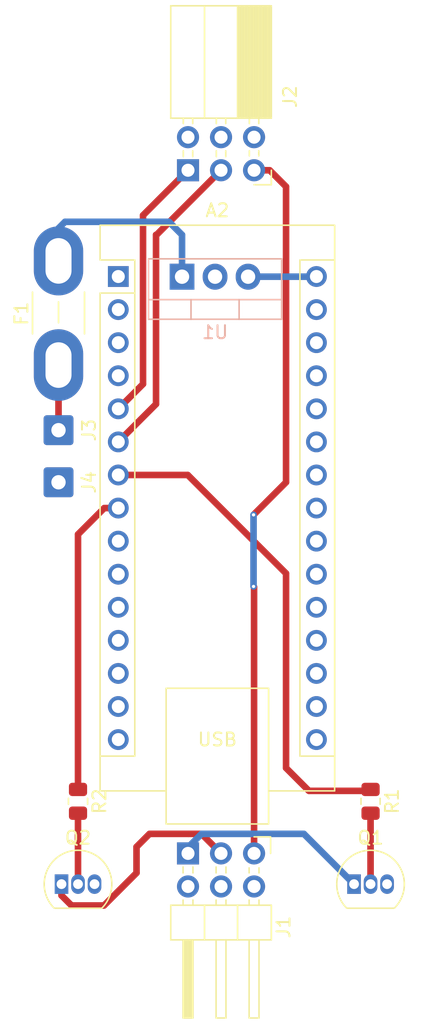
<source format=kicad_pcb>
(kicad_pcb (version 20240108) (generator "pcbnew") (generator_version "8.0")
  (layers (0 "F.Cu" signal) (31 "B.Cu" signal) (34 "B.Paste" user) (35 "F.Paste" user) (36 "B.SilkS" user "B.Silkscreen") (37 "F.SilkS" user "F.Silkscreen") (38 "B.Mask" user) (39 "F.Mask" user) (44 "Edge.Cuts" user))
  (net 0 "")
  (net 2 "/INPUT2")
  (net 6 "/INPUT1")
  (net 14 "GND")
  (net 26 "/OUTPUT1")
  (net 27 "+5V")
  (net 30 "Net-(J1-Pin_1)")
  (net 31 "Net-(J1-Pin_2)")
  (net 32 "/Inputs/button illumination")
  (net 36 "Net-(Q1-B)")
  (net 37 "Net-(Q2-B)")
  (net 38 "/OUTPUT2")
  (net 39 "+12V")
  (net 40 "Net-(J3-Pin_1)")
  (footprint "Connector_Wire:SolderWire-0.5sqmm_1x01_D0.9mm_OD2.3mm" (layer "F.Cu") (at 137.5 90 -90)
    (property "Reference" "J3" (at 0 -2.35 90) (layer "F.SilkS"))
    (property "Value" "+12V")
    (pad "1" thru_hole roundrect (at 0 0 270) (size 2.3 2.3) (drill 1.1) (layers "*.Cu" "*.Mask") (roundrect_rratio 0.108696) (net 40 "Net-(J3-Pin_1)"))
  )
  (footprint "Package_TO_SOT_THT:TO-92_Inline" (layer "F.Cu") (at 137.73 124.86)
    (property "Reference" "Q2" (at 1.27 -3.56 0) (layer "F.SilkS"))
    (property "Value" "BC547")
    (fp_line (start -0.53 1.85) (end 3.07 1.85) (stroke (width 0.12)) (layer "F.SilkS"))
    (fp_arc (start -0.568478 1.838478) (mid -1.132087 -0.994977) (end 1.27 -2.6) (stroke (width 0.12)) (layer "F.SilkS"))
    (fp_arc (start 1.27 -2.6) (mid 3.672087 -0.994977) (end 3.108478 1.838478) (stroke (width 0.12)) (layer "F.SilkS"))
    (pad "1" thru_hole rect (at 0 0) (size 1.05 1.5) (drill 0.75) (layers "*.Cu" "*.Mask") (net 31 "Net-(J1-Pin_2)"))
    (pad "2" thru_hole oval (at 1.27 0) (size 1.05 1.5) (drill 0.75) (layers "*.Cu" "*.Mask") (net 37 "Net-(Q2-B)"))
    (pad "3" thru_hole oval (at 2.54 0) (size 1.05 1.5) (drill 0.75) (layers "*.Cu" "*.Mask") (net 14 "GND"))
  )
  (footprint "Fuse:Fuse_Blade_Mini_directSolder" (layer "F.Cu") (at 137.5 85 90)
    (property "Reference" "F1" (at 3.95 -2.85 270) (layer "F.SilkS"))
    (property "Value" "150mA")
    (fp_line (start 2.4 -2) (end 5.6 -2) (stroke (width 0.12)) (layer "F.SilkS"))
    (fp_line (start 3.25 0) (end 4.85 0) (stroke (width 0.12)) (layer "F.SilkS"))
    (fp_line (start 5.6 2) (end 2.4 2) (stroke (width 0.12)) (layer "F.SilkS"))
    (pad "1" thru_hole oval (at 0 0 90) (size 5.5 3.8) (drill oval 3.5 2) (layers "*.Cu" "*.Mask") (net 40 "Net-(J3-Pin_1)"))
    (pad "2" thru_hole oval (at 8 0 90) (size 5.3 3.8) (drill oval 3.5 2) (layers "*.Cu" "*.Mask") (net 39 "+12V"))
  )
  (footprint "Resistor_SMD:R_0805_2012Metric" (layer "F.Cu") (at 161.5 118.5 -90)
    (property "Reference" "R1" (at 0 -1.65 90) (layer "F.SilkS"))
    (property "Value" "1k")
    (fp_line (start -0.227064 0.735) (end 0.227064 0.735) (stroke (width 0.12)) (layer "F.SilkS"))
    (fp_line (start -0.227064 -0.735) (end 0.227064 -0.735) (stroke (width 0.12)) (layer "F.SilkS"))
    (pad "1" smd roundrect (at -0.9125 0 270) (size 1.025 1.4) (layers "F.Cu" "F.Paste" "F.Mask") (roundrect_rratio 0.243902) (net 26 "/OUTPUT1"))
    (pad "2" smd roundrect (at 0.9125 0 270) (size 1.025 1.4) (layers "F.Cu" "F.Paste" "F.Mask") (roundrect_rratio 0.243902) (net 36 "Net-(Q1-B)"))
  )
  (footprint "Connector_Wire:SolderWire-0.5sqmm_1x01_D0.9mm_OD2.3mm" (layer "F.Cu") (at 137.5 94 -90)
    (property "Reference" "J4" (at 0 -2.35 90) (layer "F.SilkS"))
    (property "Value" "GND")
    (pad "1" thru_hole roundrect (at 0 0 270) (size 2.3 2.3) (drill 1.1) (layers "*.Cu" "*.Mask") (roundrect_rratio 0.108696) (net 14 "GND"))
  )
  (footprint "Resistor_SMD:R_0805_2012Metric" (layer "F.Cu") (at 139 118.5 -90)
    (property "Reference" "R2" (at 0 -1.65 90) (layer "F.SilkS"))
    (property "Value" "1k")
    (fp_line (start -0.227064 0.735) (end 0.227064 0.735) (stroke (width 0.12)) (layer "F.SilkS"))
    (fp_line (start -0.227064 -0.735) (end 0.227064 -0.735) (stroke (width 0.12)) (layer "F.SilkS"))
    (pad "1" smd roundrect (at -0.9125 0 270) (size 1.025 1.4) (layers "F.Cu" "F.Paste" "F.Mask") (roundrect_rratio 0.243902) (net 38 "/OUTPUT2"))
    (pad "2" smd roundrect (at 0.9125 0 270) (size 1.025 1.4) (layers "F.Cu" "F.Paste" "F.Mask") (roundrect_rratio 0.243902) (net 37 "Net-(Q2-B)"))
  )
  (footprint "Connector_PinSocket_2.54mm:PinSocket_2x03_P2.54mm_Horizontal" (layer "F.Cu") (at 152.54 70.04 -90)
    (property "Reference" "J2" (at -5.65 -2.77 90) (layer "F.SilkS"))
    (property "Value" "New Switch Plug")
    (fp_line (start -12.63 6.41) (end -4 6.41) (stroke (width 0.12)) (layer "F.SilkS"))
    (fp_line (start -4 5.44) (end -3.59 5.44) (stroke (width 0.12)) (layer "F.SilkS"))
    (fp_line (start -1.49 5.44) (end -1.05 5.44) (stroke (width 0.12)) (layer "F.SilkS"))
    (fp_line (start -4 4.72) (end -3.59 4.72) (stroke (width 0.12)) (layer "F.SilkS"))
    (fp_line (start -1.49 4.72) (end -1.05 4.72) (stroke (width 0.12)) (layer "F.SilkS"))
    (fp_line (start -12.63 3.81) (end -4 3.81) (stroke (width 0.12)) (layer "F.SilkS"))
    (fp_line (start -4 2.9) (end -3.59 2.9) (stroke (width 0.12)) (layer "F.SilkS"))
    (fp_line (start -1.49 2.9) (end -1.05 2.9) (stroke (width 0.12)) (layer "F.SilkS"))
    (fp_line (start -4 2.18) (end -3.59 2.18) (stroke (width 0.12)) (layer "F.SilkS"))
    (fp_line (start -1.49 2.18) (end -1.05 2.18) (stroke (width 0.12)) (layer "F.SilkS"))
    (fp_line (start -12.63 1.27) (end -4 1.27) (stroke (width 0.12)) (layer "F.SilkS"))
    (fp_line (start -12.63 1.1519) (end -4 1.1519) (stroke (width 0.12)) (layer "F.SilkS"))
    (fp_line (start -12.63 1.033805) (end -4 1.033805) (stroke (width 0.12)) (layer "F.SilkS"))
    (fp_line (start -12.63 0.91571) (end -4 0.91571) (stroke (width 0.12)) (layer "F.SilkS"))
    (fp_line (start -12.63 0.797615) (end -4 0.797615) (stroke (width 0.12)) (layer "F.SilkS"))
    (fp_line (start -12.63 0.67952) (end -4 0.67952) (stroke (width 0.12)) (layer "F.SilkS"))
    (fp_line (start -12.63 0.561425) (end -4 0.561425) (stroke (width 0.12)) (layer "F.SilkS"))
    (fp_line (start -12.63 0.44333) (end -4 0.44333) (stroke (width 0.12)) (layer "F.SilkS"))
    (fp_line (start -4 0.36) (end -3.59 0.36) (stroke (width 0.12)) (layer "F.SilkS"))
    (fp_line (start -1.49 0.36) (end -1.11 0.36) (stroke (width 0.12)) (layer "F.SilkS"))
    (fp_line (start -12.63 0.325235) (end -4 0.325235) (stroke (width 0.12)) (layer "F.SilkS"))
    (fp_line (start -12.63 0.20714) (end -4 0.20714) (stroke (width 0.12)) (layer "F.SilkS"))
    (fp_line (start -12.63 0.089045) (end -4 0.089045) (stroke (width 0.12)) (layer "F.SilkS"))
    (fp_line (start -12.63 -0.02905) (end -4 -0.02905) (stroke (width 0.12)) (layer "F.SilkS"))
    (fp_line (start -12.63 -0.147145) (end -4 -0.147145) (stroke (width 0.12)) (layer "F.SilkS"))
    (fp_line (start -12.63 -0.26524) (end -4 -0.26524) (stroke (width 0.12)) (layer "F.SilkS"))
    (fp_line (start -4 -0.36) (end -3.59 -0.36) (stroke (width 0.12)) (layer "F.SilkS"))
    (fp_line (start -1.49 -0.36) (end -1.11 -0.36) (stroke (width 0.12)) (layer "F.SilkS"))
    (fp_line (start -12.63 -0.383335) (end -4 -0.383335) (stroke (width 0.12)) (layer "F.SilkS"))
    (fp_line (start -12.63 -0.50143) (end -4 -0.50143) (stroke (width 0.12)) (layer "F.SilkS"))
    (fp_line (start -12.63 -0.619525) (end -4 -0.619525) (stroke (width 0.12)) (layer "F.SilkS"))
    (fp_line (start -12.63 -0.73762) (end -4 -0.73762) (stroke (width 0.12)) (layer "F.SilkS"))
    (fp_line (start -12.63 -0.855715) (end -4 -0.855715) (stroke (width 0.12)) (layer "F.SilkS"))
    (fp_line (start -12.63 -0.97381) (end -4 -0.97381) (stroke (width 0.12)) (layer "F.SilkS"))
    (fp_line (start -12.63 -1.091905) (end -4 -1.091905) (stroke (width 0.12)) (layer "F.SilkS"))
    (fp_line (start -12.63 -1.21) (end -4 -1.21) (stroke (width 0.12)) (layer "F.SilkS"))
    (fp_line (start -12.63 -1.33) (end -12.63 6.41) (stroke (width 0.12)) (layer "F.SilkS"))
    (fp_line (start -12.63 -1.33) (end -4 -1.33) (stroke (width 0.12)) (layer "F.SilkS"))
    (fp_line (start -4 -1.33) (end -4 6.41) (stroke (width 0.12)) (layer "F.SilkS"))
    (fp_line (start 0 -1.33) (end 1.11 -1.33) (stroke (width 0.12)) (layer "F.SilkS"))
    (fp_line (start 1.11 -1.33) (end 1.11 0) (stroke (width 0.12)) (layer "F.SilkS"))
    (pad "1" thru_hole rect (at 0 5.08 270) (size 1.7 1.7) (drill 1) (layers "*.Cu" "*.Mask") (net 6 "/INPUT1"))
    (pad "2" thru_hole oval (at 0 2.54 270) (size 1.7 1.7) (drill 1) (layers "*.Cu" "*.Mask") (net 2 "/INPUT2"))
    (pad "3" thru_hole oval (at 0 0 270) (size 1.7 1.7) (drill 1) (layers "*.Cu" "*.Mask") (net 32 "/Inputs/button illumination"))
    (pad "4" thru_hole oval (at -2.54 5.08 270) (size 1.7 1.7) (drill 1) (layers "*.Cu" "*.Mask") (net 14 "GND"))
    (pad "5" thru_hole oval (at -2.54 2.54 270) (size 1.7 1.7) (drill 1) (layers "*.Cu" "*.Mask"))
    (pad "6" thru_hole oval (at -2.54 0 270) (size 1.7 1.7) (drill 1) (layers "*.Cu" "*.Mask"))
  )
  (footprint "Connector_PinHeader_2.54mm:PinHeader_2x03_P2.54mm_Horizontal" (layer "F.Cu") (at 152.54 122.5 -90)
    (property "Reference" "J1" (at 5.655 -2.27 90) (layer "F.SilkS"))
    (property "Value" "Original Plug")
    (fp_line (start 3.98 6.41) (end 6.64 6.41) (stroke (width 0.12)) (layer "F.SilkS"))
    (fp_line (start 6.64 6.41) (end 6.64 -1.33) (stroke (width 0.12)) (layer "F.SilkS"))
    (fp_line (start 1.042929 5.46) (end 1.497071 5.46) (stroke (width 0.12)) (layer "F.SilkS"))
    (fp_line (start 3.582929 5.46) (end 3.98 5.46) (stroke (width 0.12)) (layer "F.SilkS"))
    (fp_line (start 12.64 5.46) (end 6.64 5.46) (stroke (width 0.12)) (layer "F.SilkS"))
    (fp_line (start 6.640075 5.362261) (end 12.640075 5.362261) (stroke (width 0.12)) (layer "F.SilkS"))
    (fp_line (start 6.640075 5.242261) (end 12.640075 5.242261) (stroke (width 0.12)) (layer "F.SilkS"))
    (fp_line (start 6.640075 5.122261) (end 12.640075 5.122261) (stroke (width 0.12)) (layer "F.SilkS"))
    (fp_line (start 6.640075 5.002261) (end 12.640075 5.002261) (stroke (width 0.12)) (layer "F.SilkS"))
    (fp_line (start 6.640075 4.882261) (end 12.640075 4.882261) (stroke (width 0.12)) (layer "F.SilkS"))
    (fp_line (start 6.640075 4.762261) (end 12.640075 4.762261) (stroke (width 0.12)) (layer "F.SilkS"))
    (fp_line (start 1.042929 4.7) (end 1.497071 4.7) (stroke (width 0.12)) (layer "F.SilkS"))
    (fp_line (start 3.582929 4.7) (end 3.98 4.7) (stroke (width 0.12)) (layer "F.SilkS"))
    (fp_line (start 6.64 4.7) (end 12.64 4.7) (stroke (width 0.12)) (layer "F.SilkS"))
    (fp_line (start 12.64 4.7) (end 12.64 5.46) (stroke (width 0.12)) (layer "F.SilkS"))
    (fp_line (start 3.98 3.81) (end 6.64 3.81) (stroke (width 0.12)) (layer "F.SilkS"))
    (fp_line (start 1.042929 2.92) (end 1.497071 2.92) (stroke (width 0.12)) (layer "F.SilkS"))
    (fp_line (start 3.582929 2.92) (end 3.98 2.92) (stroke (width 0.12)) (layer "F.SilkS"))
    (fp_line (start 12.64 2.92) (end 6.64 2.92) (stroke (width 0.12)) (layer "F.SilkS"))
    (fp_line (start 1.042929 2.16) (end 1.497071 2.16) (stroke (width 0.12)) (layer "F.SilkS"))
    (fp_line (start 3.582929 2.16) (end 3.98 2.16) (stroke (width 0.12)) (layer "F.SilkS"))
    (fp_line (start 6.64 2.16) (end 12.64 2.16) (stroke (width 0.12)) (layer "F.SilkS"))
    (fp_line (start 12.64 2.16) (end 12.64 2.92) (stroke (width 0.12)) (layer "F.SilkS"))
    (fp_line (start 3.98 1.27) (end 6.64 1.27) (stroke (width 0.12)) (layer "F.SilkS"))
    (fp_line (start 1.11 0.38) (end 1.497071 0.38) (stroke (width 0.12)) (layer "F.SilkS"))
    (fp_line (start 3.582929 0.38) (end 3.98 0.38) (stroke (width 0.12)) (layer "F.SilkS"))
    (fp_line (start 12.64 0.38) (end 6.64 0.38) (stroke (width 0.12)) (layer "F.SilkS"))
    (fp_line (start -1.27 0) (end -1.27 -1.27) (stroke (width 0.12)) (layer "F.SilkS"))
    (fp_line (start 1.11 -0.38) (end 1.497071 -0.38) (stroke (width 0.12)) (layer "F.SilkS"))
    (fp_line (start 3.582929 -0.38) (end 3.98 -0.38) (stroke (width 0.12)) (layer "F.SilkS"))
    (fp_line (start 6.64 -0.38) (end 12.64 -0.38) (stroke (width 0.12)) (layer "F.SilkS"))
    (fp_line (start 12.64 -0.38) (end 12.64 0.38) (stroke (width 0.12)) (layer "F.SilkS"))
    (fp_line (start -1.27 -1.27) (end 0 -1.27) (stroke (width 0.12)) (layer "F.SilkS"))
    (fp_line (start 3.98 -1.33) (end 3.98 6.41) (stroke (width 0.12)) (layer "F.SilkS"))
    (fp_line (start 6.64 -1.33) (end 3.98 -1.33) (stroke (width 0.12)) (layer "F.SilkS"))
    (pad "1" thru_hole rect (at 0 5.08 270) (size 1.7 1.7) (drill 1) (layers "*.Cu" "*.Mask") (net 30 "Net-(J1-Pin_1)"))
    (pad "2" thru_hole oval (at 0 2.54 270) (size 1.7 1.7) (drill 1) (layers "*.Cu" "*.Mask") (net 31 "Net-(J1-Pin_2)"))
    (pad "3" thru_hole oval (at 0 0 270) (size 1.7 1.7) (drill 1) (layers "*.Cu" "*.Mask") (net 32 "/Inputs/button illumination"))
    (pad "4" thru_hole oval (at 2.54 5.08 270) (size 1.7 1.7) (drill 1) (layers "*.Cu" "*.Mask") (net 14 "GND"))
    (pad "5" thru_hole oval (at 2.54 2.54 270) (size 1.7 1.7) (drill 1) (layers "*.Cu" "*.Mask"))
    (pad "6" thru_hole oval (at 2.54 0 270) (size 1.7 1.7) (drill 1) (layers "*.Cu" "*.Mask"))
  )
  (footprint "Module:Arduino_Nano_WithMountingHoles" (layer "F.Cu") (at 142.0975 78.2)
    (property "Reference" "A2" (at 7.62 -5.08 0) (layer "F.SilkS"))
    (property "Value" "Arduino_Nano_Every")
    (fp_line (start -1.4 -3.94) (end -1.4 -1.27) (stroke (width 0.12)) (layer "F.SilkS"))
    (fp_line (start -1.4 1.27) (end -1.4 39.5) (stroke (width 0.12)) (layer "F.SilkS"))
    (fp_line (start -1.4 39.5) (end 3.68 39.5) (stroke (width 0.12)) (layer "F.SilkS"))
    (fp_line (start 1.27 -1.27) (end -1.4 -1.27) (stroke (width 0.12)) (layer "F.SilkS"))
    (fp_line (start 1.27 1.27) (end -1.4 1.27) (stroke (width 0.12)) (layer "F.SilkS"))
    (fp_line (start 1.27 1.27) (end 1.27 -1.27) (stroke (width 0.12)) (layer "F.SilkS"))
    (fp_line (start 1.27 1.27) (end 1.27 36.83) (stroke (width 0.12)) (layer "F.SilkS"))
    (fp_line (start 1.27 36.83) (end -1.4 36.83) (stroke (width 0.12)) (layer "F.SilkS"))
    (fp_line (start 3.68 31.62) (end 11.56 31.62) (stroke (width 0.12)) (layer "F.SilkS"))
    (fp_line (start 3.68 42.04) (end 3.68 31.62) (stroke (width 0.12)) (layer "F.SilkS"))
    (fp_line (start 11.56 31.62) (end 11.56 42.04) (stroke (width 0.12)) (layer "F.SilkS"))
    (fp_line (start 11.56 42.04) (end 3.68 42.04) (stroke (width 0.12)) (layer "F.SilkS"))
    (fp_line (start 13.97 -1.27) (end 13.97 36.83) (stroke (width 0.12)) (layer "F.SilkS"))
    (fp_line (start 13.97 -1.27) (end 16.64 -1.27) (stroke (width 0.12)) (layer "F.SilkS"))
    (fp_line (start 13.97 36.83) (end 16.64 36.83) (stroke (width 0.12)) (layer "F.SilkS"))
    (fp_line (start 16.64 -3.94) (end -1.4 -3.94) (stroke (width 0.12)) (layer "F.SilkS"))
    (fp_line (start 16.64 39.5) (end 11.56 39.5) (stroke (width 0.12)) (layer "F.SilkS"))
    (fp_line (start 16.64 39.5) (end 16.64 -3.94) (stroke (width 0.12)) (layer "F.SilkS"))
    (fp_text user "USB" (at 7.62 35.56 0) (layer "F.SilkS"))
    (pad "" np_thru_hole circle (at 0 -2.54) (size 1.78 1.78) (drill 1.78) (layers "*.Cu" "*.Mask"))
    (pad "" np_thru_hole circle (at 0 38.1) (size 1.78 1.78) (drill 1.78) (layers "*.Cu" "*.Mask"))
    (pad "" np_thru_hole circle (at 15.24 -2.54) (size 1.78 1.78) (drill 1.78) (layers "*.Cu" "*.Mask"))
    (pad "" np_thru_hole circle (at 15.24 38.1) (size 1.78 1.78) (drill 1.78) (layers "*.Cu" "*.Mask"))
    (pad "1" thru_hole rect (at 0 0) (size 1.6 1.6) (drill 1) (layers "*.Cu" "*.Mask"))
    (pad "2" thru_hole oval (at 0 2.54) (size 1.6 1.6) (drill 1) (layers "*.Cu" "*.Mask"))
    (pad "3" thru_hole oval (at 0 5.08) (size 1.6 1.6) (drill 1) (layers "*.Cu" "*.Mask"))
    (pad "4" thru_hole oval (at 0 7.62) (size 1.6 1.6) (drill 1) (layers "*.Cu" "*.Mask") (net 14 "GND"))
    (pad "5" thru_hole oval (at 0 10.16) (size 1.6 1.6) (drill 1) (layers "*.Cu" "*.Mask") (net 6 "/INPUT1"))
    (pad "6" thru_hole oval (at 0 12.7) (size 1.6 1.6) (drill 1) (layers "*.Cu" "*.Mask") (net 2 "/INPUT2"))
    (pad "7" thru_hole oval (at 0 15.24) (size 1.6 1.6) (drill 1) (layers "*.Cu" "*.Mask") (net 26 "/OUTPUT1"))
    (pad "8" thru_hole oval (at 0 17.78) (size 1.6 1.6) (drill 1) (layers "*.Cu" "*.Mask") (net 38 "/OUTPUT2"))
    (pad "9" thru_hole oval (at 0 20.32) (size 1.6 1.6) (drill 1) (layers "*.Cu" "*.Mask"))
    (pad "10" thru_hole oval (at 0 22.86) (size 1.6 1.6) (drill 1) (layers "*.Cu" "*.Mask"))
    (pad "11" thru_hole oval (at 0 25.4) (size 1.6 1.6) (drill 1) (layers "*.Cu" "*.Mask"))
    (pad "12" thru_hole oval (at 0 27.94) (size 1.6 1.6) (drill 1) (layers "*.Cu" "*.Mask"))
    (pad "13" thru_hole oval (at 0 30.48) (size 1.6 1.6) (drill 1) (layers "*.Cu" "*.Mask"))
    (pad "14" thru_hole oval (at 0 33.02) (size 1.6 1.6) (drill 1) (layers "*.Cu" "*.Mask"))
    (pad "15" thru_hole oval (at 0 35.56) (size 1.6 1.6) (drill 1) (layers "*.Cu" "*.Mask"))
    (pad "16" thru_hole oval (at 15.24 35.56) (size 1.6 1.6) (drill 1) (layers "*.Cu" "*.Mask"))
    (pad "17" thru_hole oval (at 15.24 33.02) (size 1.6 1.6) (drill 1) (layers "*.Cu" "*.Mask"))
    (pad "18" thru_hole oval (at 15.24 30.48) (size 1.6 1.6) (drill 1) (layers "*.Cu" "*.Mask"))
    (pad "19" thru_hole oval (at 15.24 27.94) (size 1.6 1.6) (drill 1) (layers "*.Cu" "*.Mask"))
    (pad "20" thru_hole oval (at 15.24 25.4) (size 1.6 1.6) (drill 1) (layers "*.Cu" "*.Mask"))
    (pad "21" thru_hole oval (at 15.24 22.86) (size 1.6 1.6) (drill 1) (layers "*.Cu" "*.Mask"))
    (pad "22" thru_hole oval (at 15.24 20.32) (size 1.6 1.6) (drill 1) (layers "*.Cu" "*.Mask"))
    (pad "23" thru_hole oval (at 15.24 17.78) (size 1.6 1.6) (drill 1) (layers "*.Cu" "*.Mask"))
    (pad "24" thru_hole oval (at 15.24 15.24) (size 1.6 1.6) (drill 1) (layers "*.Cu" "*.Mask"))
    (pad "25" thru_hole oval (at 15.24 12.7) (size 1.6 1.6) (drill 1) (layers "*.Cu" "*.Mask"))
    (pad "26" thru_hole oval (at 15.24 10.16) (size 1.6 1.6) (drill 1) (layers "*.Cu" "*.Mask"))
    (pad "27" thru_hole oval (at 15.24 7.62) (size 1.6 1.6) (drill 1) (layers "*.Cu" "*.Mask"))
    (pad "28" thru_hole oval (at 15.24 5.08) (size 1.6 1.6) (drill 1) (layers "*.Cu" "*.Mask"))
    (pad "29" thru_hole oval (at 15.24 2.54) (size 1.6 1.6) (drill 1) (layers "*.Cu" "*.Mask") (net 14 "GND"))
    (pad "30" thru_hole oval (at 15.24 0) (size 1.6 1.6) (drill 1) (layers "*.Cu" "*.Mask") (net 27 "+5V"))
  )
  (footprint "Package_TO_SOT_THT:TO-92_Inline" (layer "F.Cu") (at 160.23 124.86)
    (property "Reference" "Q1" (at 1.27 -3.56 0) (layer "F.SilkS"))
    (property "Value" "BC547")
    (fp_line (start -0.53 1.85) (end 3.07 1.85) (stroke (width 0.12)) (layer "F.SilkS"))
    (fp_arc (start -0.568478 1.838478) (mid -1.132087 -0.994977) (end 1.27 -2.6) (stroke (width 0.12)) (layer "F.SilkS"))
    (fp_arc (start 1.27 -2.6) (mid 3.672087 -0.994977) (end 3.108478 1.838478) (stroke (width 0.12)) (layer "F.SilkS"))
    (pad "1" thru_hole rect (at 0 0) (size 1.05 1.5) (drill 0.75) (layers "*.Cu" "*.Mask") (net 30 "Net-(J1-Pin_1)"))
    (pad "2" thru_hole oval (at 1.27 0) (size 1.05 1.5) (drill 0.75) (layers "*.Cu" "*.Mask") (net 36 "Net-(Q1-B)"))
    (pad "3" thru_hole oval (at 2.54 0) (size 1.05 1.5) (drill 0.75) (layers "*.Cu" "*.Mask") (net 14 "GND"))
  )
  (footprint "Package_TO_SOT_THT:TO-220-3_Vertical" (layer "B.Cu") (at 147 78.213186)
    (property "Reference" "U1" (at 2.54 4.27 360) (layer "B.SilkS") (effects (justify mirror)))
    (property "Value" "LM7805_TO220")
    (fp_line (start -2.58 -1.371) (end -2.58 3.27) (stroke (width 0.12)) (layer "B.SilkS"))
    (fp_line (start 0.69 1.76) (end 0.69 3.27) (stroke (width 0.12)) (layer "B.SilkS"))
    (fp_line (start 4.391 1.76) (end 4.391 3.27) (stroke (width 0.12)) (layer "B.SilkS"))
    (fp_line (start 7.66 -1.371) (end -2.58 -1.371) (stroke (width 0.12)) (layer "B.SilkS"))
    (fp_line (start 7.66 -1.371) (end 7.66 3.27) (stroke (width 0.12)) (layer "B.SilkS"))
    (fp_line (start 7.66 1.76) (end -2.58 1.76) (stroke (width 0.12)) (layer "B.SilkS"))
    (fp_line (start 7.66 3.27) (end -2.58 3.27) (stroke (width 0.12)) (layer "B.SilkS"))
    (pad "1" thru_hole rect (at 0 0) (size 1.905 2) (drill 1.1) (layers "*.Cu" "*.Mask") (net 39 "+12V"))
    (pad "2" thru_hole oval (at 2.54 0) (size 1.905 2) (drill 1.1) (layers "*.Cu" "*.Mask") (net 14 "GND"))
    (pad "3" thru_hole oval (at 5.08 0) (size 1.905 2) (drill 1.1) (layers "*.Cu" "*.Mask") (net 27 "+5V"))
  )
  (segment (start 145 75) (end 145.04 75) (width 0.508) (layer "F.Cu") (net 2))
  (segment (start 142.0975 90.9) (end 145 87.9975) (width 0.508) (layer "F.Cu") (net 2))
  (segment (start 145 87.9975) (end 145 75) (width 0.508) (layer "F.Cu") (net 2))
  (segment (start 145.04 75) (end 150 70.04) (width 0.508) (layer "F.Cu") (net 2))
  (segment (start 144 86.4575) (end 142.0975 88.36) (width 0.508) (layer "F.Cu") (net 6))
  (segment (start 144 73.5) (end 144 86.4575) (width 0.508) (layer "F.Cu") (net 6))
  (segment (start 147.46 70.04) (end 144 73.5) (width 0.508) (layer "F.Cu") (net 6))
  (segment (start 161.3895 117.698) (end 156.758429 117.698) (width 0.508) (layer "F.Cu") (net 26))
  (segment (start 161.5 117.5875) (end 161.3895 117.698) (width 0.508) (layer "F.Cu") (net 26))
  (segment (start 155 115.939571) (end 155 101) (width 0.508) (layer "F.Cu") (net 26))
  (segment (start 147.44 93.44) (end 142.0975 93.44) (width 0.508) (layer "F.Cu") (net 26))
  (segment (start 156.758429 117.698) (end 155 115.939571) (width 0.508) (layer "F.Cu") (net 26))
  (segment (start 155 101) (end 147.44 93.44) (width 0.508) (layer "F.Cu") (net 26))
  (segment (start 152.08 78.213186) (end 157.324314 78.213186) (width 0.508) (layer "B.Cu") (net 27))
  (segment (start 157.324314 78.213186) (end 157.3375 78.2) (width 0.508) (layer "B.Cu") (net 27))
  (segment (start 156.37 121) (end 148.5 121) (width 0.508) (layer "B.Cu") (net 30))
  (segment (start 160.23 124.86) (end 156.37 121) (width 0.508) (layer "B.Cu") (net 30))
  (segment (start 147.46 122.5) (end 147.46 122.04) (width 0.508) (layer "B.Cu") (net 30))
  (segment (start 147.46 122.04) (end 148.5 121) (width 0.508) (layer "B.Cu") (net 30))
  (segment (start 137.73 124.86) (end 137.73 125.73) (width 0.508) (layer "F.Cu") (net 31))
  (segment (start 142 125.5) (end 143.5 124) (width 0.508) (layer "F.Cu") (net 31))
  (segment (start 144.5 121) (end 147.5 121) (width 0.508) (layer "F.Cu") (net 31))
  (segment (start 143.5 122) (end 144.5 121) (width 0.508) (layer "F.Cu") (net 31))
  (segment (start 137.73 125.73) (end 138.5 126.5) (width 0.508) (layer "F.Cu") (net 31))
  (segment (start 143.5 124) (end 143.5 122) (width 0.508) (layer "F.Cu") (net 31))
  (segment (start 148.5 121) (end 147.5 121) (width 0.508) (layer "F.Cu") (net 31))
  (segment (start 141 126.5) (end 142 125.5) (width 0.508) (layer "F.Cu") (net 31))
  (segment (start 138.5 126.5) (end 141 126.5) (width 0.508) (layer "F.Cu") (net 31))
  (segment (start 150 122.5) (end 148.5 121) (width 0.508) (layer "F.Cu") (net 31))
  (segment (start 155 71.297919) (end 155 94) (width 0.508) (layer "F.Cu") (net 32))
  (segment (start 153.742081 70.04) (end 155 71.297919) (width 0.508) (layer "F.Cu") (net 32))
  (segment (start 155 94) (end 152.5 96.5) (width 0.508) (layer "F.Cu") (net 32))
  (segment (start 152.54 102.04) (end 152.5 102) (width 0.508) (layer "F.Cu") (net 32))
  (segment (start 152.54 70.04) (end 153.742081 70.04) (width 0.508) (layer "F.Cu") (net 32))
  (segment (start 152.54 122.5) (end 152.54 102.04) (width 0.508) (layer "F.Cu") (net 32))
  (via (at 152.5 96.5) (size 0.4572) (drill 0.254) (layers "F.Cu" "B.Cu") (net 32))
  (via (at 152.5 102) (size 0.4572) (drill 0.254) (layers "F.Cu" "B.Cu") (net 32))
  (segment (start 152.5 96.5) (end 152.5 102) (width 0.508) (layer "B.Cu") (net 32))
  (segment (start 161.5 124.86) (end 161.5 119.4125) (width 0.508) (layer "F.Cu") (net 36))
  (segment (start 139 124.86) (end 139 119.4125) (width 0.508) (layer "F.Cu") (net 37))
  (segment (start 139 98) (end 141.02 95.98) (width 0.508) (layer "F.Cu") (net 38))
  (segment (start 139 117.5875) (end 139 98) (width 0.508) (layer "F.Cu") (net 38))
  (segment (start 141.02 95.98) (end 142.0975 95.98) (width 0.508) (layer "F.Cu") (net 38))
  (segment (start 137.5 77) (end 137.5 75) (width 0.508) (layer "F.Cu") (net 39))
  (segment (start 138 74) (end 146 74) (width 0.508) (layer "B.Cu") (net 39))
  (segment (start 137.5 77) (end 137.5 74.5) (width 0.508) (layer "B.Cu") (net 39))
  (segment (start 146 74) (end 147 75) (width 0.508) (layer "B.Cu") (net 39))
  (segment (start 137.5 74.5) (end 138 74) (width 0.508) (layer "B.Cu") (net 39))
  (segment (start 147 75) (end 147 78.213186) (width 0.508) (layer "B.Cu") (net 39))
  (segment (start 137.5 90) (end 137.5 85) (width 0.508) (layer "F.Cu") (net 40))
)
</source>
